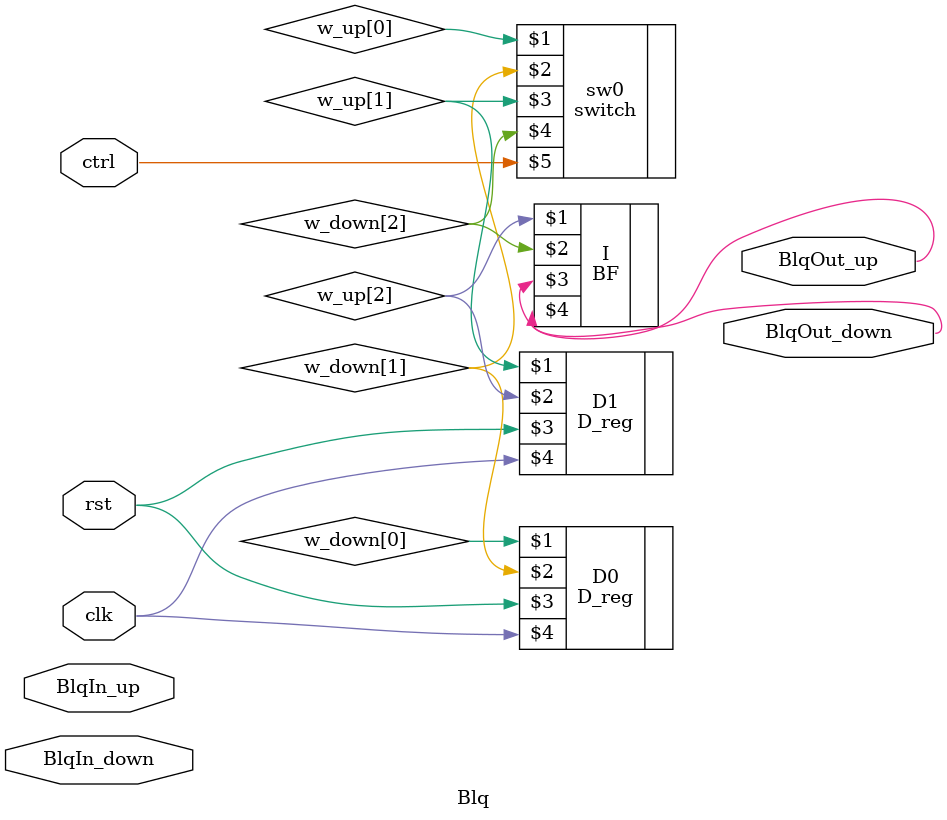
<source format=v>
`timescale 1ns / 1ps


module Blq(
    input BlqIn_up,
    input BlqIn_down,
    output BlqOut_up,
    output BlqOut_down,
    input clk,
    input rst,
    input ctrl
    );


wire w_up[0:2];
wire w_down[0:2];    
   
D_reg D0(w_down[0],w_down[1],rst,clk);


switch sw0(w_up[0],w_down[1],w_up[1],w_down[2],ctrl);

D_reg D1(w_up[1],w_up[2],rst,clk);

BF I(w_up[2],w_down[2],BlqOut_up,BlqOut_down);

endmodule

</source>
